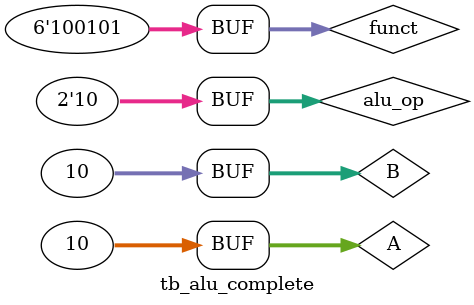
<source format=v>
`timescale 1ns / 1ps


module tb_alu_complete;

	// Inputs
	reg [31:0] A;
	reg [31:0] B;
	reg [5:0] funct;
	reg [1:0] alu_op;

	// Outputs
	wire [31:0] alu_res;
	wire zero;

	// Instantiate the Unit Under Test (UUT)
	alu_complete uut (
		.A(A), 
		.B(B), 
		.funct(funct), 
		.alu_op(alu_op), 
		.alu_res(alu_res), 
		.zero(zero)
	);

	initial begin
		// Initialize Inputs
		A = 0;
		B = 0;
		funct = 0;
		alu_op = 0;

		// Wait 100 ns for global reset to finish
		#100;
      A = 10;
		B = 10;
		#10; 
		// Set alu_op but leave unmapped funct
		alu_op = 2'b10;
		#10; 
		// Implement And, Or, Add, Mul, Div, Sub
		// Implemented Instructions: MULT (0x18), DIV (0x1A), ADD (0x20), SUB (0x22), AND (0x24), OR (0x25)
		funct = 6'h18;
		#10; 
		funct = 6'h1A;
		#10;
		funct = 6'h20;
		#10;
		funct = 6'h22;
		#10;
		funct = 6'h24;
		#10;
		funct = 6'h25;
		#10;
		// Add stimulus here

	end
      
endmodule


</source>
